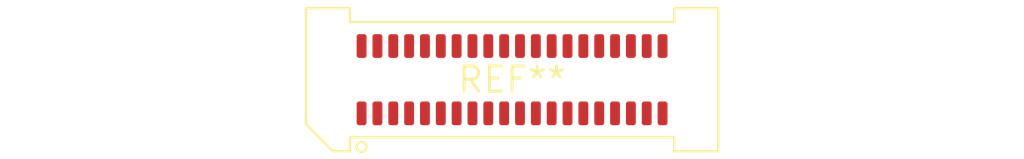
<source format=kicad_pcb>
(kicad_pcb (version 20240108) (generator pcbnew)
  (layers (0 "F.Cu" signal) (31 "B.Cu" signal) (34 "B.Paste" user) (35 "F.Paste" user) (36 "B.SilkS" user "B.Silkscreen") (37 "F.SilkS" user "F.Silkscreen") (38 "B.Mask" user) (39 "F.Mask" user) (44 "Edge.Cuts" user))
  (net 0 "")
  (footprint "Samtec_HSEC8-120-01-X-DV_2x20_P0.8mm_Socket" (layer "F.Cu") (at 0 0)
    (property "Reference" "REF**")
    (property "Value" "Samtec_HSEC8-120-01-X-DV_2x20_P0.8mm_Socket")
    (fp_line (start -10.41 -3.61) (end -8.19 -3.61) (layer "F.SilkS") (stroke (width 0.12)))
    (fp_line (start -10.41 2.245563) (end -10.41 -3.61) (layer "F.SilkS") (stroke (width 0.12)))
    (fp_line (start -9.045563 3.61) (end -10.41 2.245563) (layer "F.SilkS") (stroke (width 0.12)))
    (fp_line (start -8.19 -3.61) (end -8.19 -2.91) (layer "F.SilkS") (stroke (width 0.12)))
    (fp_line (start -8.19 -2.91) (end 8.19 -2.91) (layer "F.SilkS") (stroke (width 0.12)))
    (fp_line (start -8.19 2.91) (end -8.19 3.61) (layer "F.SilkS") (stroke (width 0.12)))
    (fp_line (start -8.19 3.61) (end -9.045563 3.61) (layer "F.SilkS") (stroke (width 0.12)))
    (fp_line (start 8.19 -3.61) (end 10.41 -3.61) (layer "F.SilkS") (stroke (width 0.12)))
    (fp_line (start 8.19 -2.91) (end 8.19 -3.61) (layer "F.SilkS") (stroke (width 0.12)))
    (fp_line (start 8.19 2.91) (end -8.19 2.91) (layer "F.SilkS") (stroke (width 0.12)))
    (fp_line (start 8.19 3.61) (end 8.19 2.91) (layer "F.SilkS") (stroke (width 0.12)))
    (fp_line (start 10.41 -3.61) (end 10.41 3.61) (layer "F.SilkS") (stroke (width 0.12)))
    (fp_line (start 10.41 3.61) (end 8.19 3.61) (layer "F.SilkS") (stroke (width 0.12)))
    (fp_arc (start -7.35 3.4) (mid -7.85 3.4) (end -7.35 3.4) (layer "F.SilkS") (stroke (width 0.12)))
    (pad "1" smd roundrect (at -7.6 1.7) (size 0.5 1.2) (layers "F.Cu" "F.Paste" "F.Mask"))
    (pad "2" smd roundrect (at -7.6 -1.7) (size 0.5 1.2) (layers "F.Cu" "F.Paste" "F.Mask"))
    (pad "3" smd roundrect (at -6.8 1.7) (size 0.5 1.2) (layers "F.Cu" "F.Paste" "F.Mask"))
    (pad "4" smd roundrect (at -6.8 -1.7) (size 0.5 1.2) (layers "F.Cu" "F.Paste" "F.Mask"))
    (pad "5" smd roundrect (at -6 1.7) (size 0.5 1.2) (layers "F.Cu" "F.Paste" "F.Mask"))
    (pad "6" smd roundrect (at -6 -1.7) (size 0.5 1.2) (layers "F.Cu" "F.Paste" "F.Mask"))
    (pad "7" smd roundrect (at -5.2 1.7) (size 0.5 1.2) (layers "F.Cu" "F.Paste" "F.Mask"))
    (pad "8" smd roundrect (at -5.2 -1.7) (size 0.5 1.2) (layers "F.Cu" "F.Paste" "F.Mask"))
    (pad "9" smd roundrect (at -4.4 1.7) (size 0.5 1.2) (layers "F.Cu" "F.Paste" "F.Mask"))
    (pad "10" smd roundrect (at -4.4 -1.7) (size 0.5 1.2) (layers "F.Cu" "F.Paste" "F.Mask"))
    (pad "11" smd roundrect (at -3.6 1.7) (size 0.5 1.2) (layers "F.Cu" "F.Paste" "F.Mask"))
    (pad "12" smd roundrect (at -3.6 -1.7) (size 0.5 1.2) (layers "F.Cu" "F.Paste" "F.Mask"))
    (pad "13" smd roundrect (at -2.8 1.7) (size 0.5 1.2) (layers "F.Cu" "F.Paste" "F.Mask"))
    (pad "14" smd roundrect (at -2.8 -1.7) (size 0.5 1.2) (layers "F.Cu" "F.Paste" "F.Mask"))
    (pad "15" smd roundrect (at -2 1.7) (size 0.5 1.2) (layers "F.Cu" "F.Paste" "F.Mask"))
    (pad "16" smd roundrect (at -2 -1.7) (size 0.5 1.2) (layers "F.Cu" "F.Paste" "F.Mask"))
    (pad "17" smd roundrect (at -1.2 1.7) (size 0.5 1.2) (layers "F.Cu" "F.Paste" "F.Mask"))
    (pad "18" smd roundrect (at -1.2 -1.7) (size 0.5 1.2) (layers "F.Cu" "F.Paste" "F.Mask"))
    (pad "19" smd roundrect (at -0.4 1.7) (size 0.5 1.2) (layers "F.Cu" "F.Paste" "F.Mask"))
    (pad "20" smd roundrect (at -0.4 -1.7) (size 0.5 1.2) (layers "F.Cu" "F.Paste" "F.Mask"))
    (pad "21" smd roundrect (at 0.4 1.7) (size 0.5 1.2) (layers "F.Cu" "F.Paste" "F.Mask"))
    (pad "22" smd roundrect (at 0.4 -1.7) (size 0.5 1.2) (layers "F.Cu" "F.Paste" "F.Mask"))
    (pad "23" smd roundrect (at 1.2 1.7) (size 0.5 1.2) (layers "F.Cu" "F.Paste" "F.Mask"))
    (pad "24" smd roundrect (at 1.2 -1.7) (size 0.5 1.2) (layers "F.Cu" "F.Paste" "F.Mask"))
    (pad "25" smd roundrect (at 2 1.7) (size 0.5 1.2) (layers "F.Cu" "F.Paste" "F.Mask"))
    (pad "26" smd roundrect (at 2 -1.7) (size 0.5 1.2) (layers "F.Cu" "F.Paste" "F.Mask"))
    (pad "27" smd roundrect (at 2.8 1.7) (size 0.5 1.2) (layers "F.Cu" "F.Paste" "F.Mask"))
    (pad "28" smd roundrect (at 2.8 -1.7) (size 0.5 1.2) (layers "F.Cu" "F.Paste" "F.Mask"))
    (pad "29" smd roundrect (at 3.6 1.7) (size 0.5 1.2) (layers "F.Cu" "F.Paste" "F.Mask"))
    (pad "30" smd roundrect (at 3.6 -1.7) (size 0.5 1.2) (layers "F.Cu" "F.Paste" "F.Mask"))
    (pad "31" smd roundrect (at 4.4 1.7) (size 0.5 1.2) (layers "F.Cu" "F.Paste" "F.Mask"))
    (pad "32" smd roundrect (at 4.4 -1.7) (size 0.5 1.2) (layers "F.Cu" "F.Paste" "F.Mask"))
    (pad "33" smd roundrect (at 5.2 1.7) (size 0.5 1.2) (layers "F.Cu" "F.Paste" "F.Mask"))
    (pad "34" smd roundrect (at 5.2 -1.7) (size 0.5 1.2) (layers "F.Cu" "F.Paste" "F.Mask"))
    (pad "35" smd roundrect (at 6 1.7) (size 0.5 1.2) (layers "F.Cu" "F.Paste" "F.Mask"))
    (pad "36" smd roundrect (at 6 -1.7) (size 0.5 1.2) (layers "F.Cu" "F.Paste" "F.Mask"))
    (pad "37" smd roundrect (at 6.8 1.7) (size 0.5 1.2) (layers "F.Cu" "F.Paste" "F.Mask"))
    (pad "38" smd roundrect (at 6.8 -1.7) (size 0.5 1.2) (layers "F.Cu" "F.Paste" "F.Mask"))
    (pad "39" smd roundrect (at 7.6 1.7) (size 0.5 1.2) (layers "F.Cu" "F.Paste" "F.Mask"))
    (pad "40" smd roundrect (at 7.6 -1.7) (size 0.5 1.2) (layers "F.Cu" "F.Paste" "F.Mask"))
  )
)
</source>
